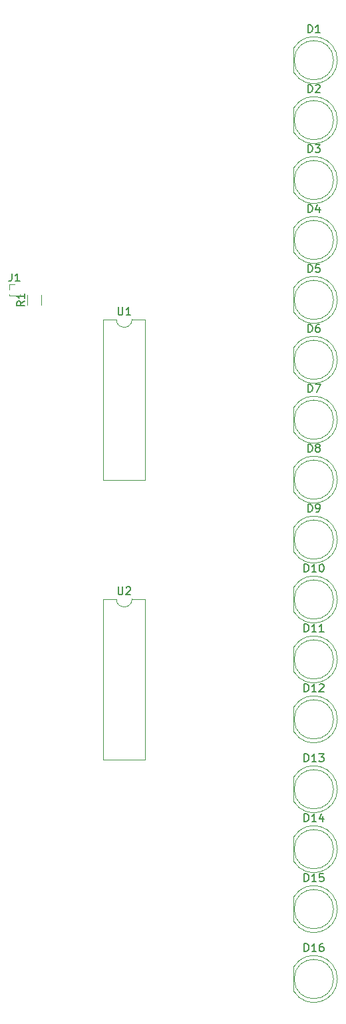
<source format=gbr>
G04 #@! TF.FileFunction,Legend,Top*
%FSLAX46Y46*%
G04 Gerber Fmt 4.6, Leading zero omitted, Abs format (unit mm)*
G04 Created by KiCad (PCBNEW 4.0.7) date 03/23/18 20:40:15*
%MOMM*%
%LPD*%
G01*
G04 APERTURE LIST*
%ADD10C,0.100000*%
%ADD11C,0.120000*%
%ADD12C,0.150000*%
G04 APERTURE END LIST*
D10*
D11*
X174990000Y-107890000D02*
G75*
G02X172990000Y-107890000I-1000000J0D01*
G01*
X172990000Y-107890000D02*
X171340000Y-107890000D01*
X171340000Y-107890000D02*
X171340000Y-128330000D01*
X171340000Y-128330000D02*
X176640000Y-128330000D01*
X176640000Y-128330000D02*
X176640000Y-107890000D01*
X176640000Y-107890000D02*
X174990000Y-107890000D01*
X201110000Y-39370462D02*
G75*
G03X195560000Y-37825170I-2990000J462D01*
G01*
X201110000Y-39369538D02*
G75*
G02X195560000Y-40914830I-2990000J-462D01*
G01*
X200620000Y-39370000D02*
G75*
G03X200620000Y-39370000I-2500000J0D01*
G01*
X195560000Y-37825000D02*
X195560000Y-40915000D01*
X201110000Y-46990462D02*
G75*
G03X195560000Y-45445170I-2990000J462D01*
G01*
X201110000Y-46989538D02*
G75*
G02X195560000Y-48534830I-2990000J-462D01*
G01*
X200620000Y-46990000D02*
G75*
G03X200620000Y-46990000I-2500000J0D01*
G01*
X195560000Y-45445000D02*
X195560000Y-48535000D01*
X201110000Y-54610462D02*
G75*
G03X195560000Y-53065170I-2990000J462D01*
G01*
X201110000Y-54609538D02*
G75*
G02X195560000Y-56154830I-2990000J-462D01*
G01*
X200620000Y-54610000D02*
G75*
G03X200620000Y-54610000I-2500000J0D01*
G01*
X195560000Y-53065000D02*
X195560000Y-56155000D01*
X201110000Y-62230462D02*
G75*
G03X195560000Y-60685170I-2990000J462D01*
G01*
X201110000Y-62229538D02*
G75*
G02X195560000Y-63774830I-2990000J-462D01*
G01*
X200620000Y-62230000D02*
G75*
G03X200620000Y-62230000I-2500000J0D01*
G01*
X195560000Y-60685000D02*
X195560000Y-63775000D01*
X201110000Y-69850462D02*
G75*
G03X195560000Y-68305170I-2990000J462D01*
G01*
X201110000Y-69849538D02*
G75*
G02X195560000Y-71394830I-2990000J-462D01*
G01*
X200620000Y-69850000D02*
G75*
G03X200620000Y-69850000I-2500000J0D01*
G01*
X195560000Y-68305000D02*
X195560000Y-71395000D01*
X201110000Y-77470462D02*
G75*
G03X195560000Y-75925170I-2990000J462D01*
G01*
X201110000Y-77469538D02*
G75*
G02X195560000Y-79014830I-2990000J-462D01*
G01*
X200620000Y-77470000D02*
G75*
G03X200620000Y-77470000I-2500000J0D01*
G01*
X195560000Y-75925000D02*
X195560000Y-79015000D01*
X201110000Y-85090462D02*
G75*
G03X195560000Y-83545170I-2990000J462D01*
G01*
X201110000Y-85089538D02*
G75*
G02X195560000Y-86634830I-2990000J-462D01*
G01*
X200620000Y-85090000D02*
G75*
G03X200620000Y-85090000I-2500000J0D01*
G01*
X195560000Y-83545000D02*
X195560000Y-86635000D01*
X201110000Y-92710462D02*
G75*
G03X195560000Y-91165170I-2990000J462D01*
G01*
X201110000Y-92709538D02*
G75*
G02X195560000Y-94254830I-2990000J-462D01*
G01*
X200620000Y-92710000D02*
G75*
G03X200620000Y-92710000I-2500000J0D01*
G01*
X195560000Y-91165000D02*
X195560000Y-94255000D01*
X201110000Y-100330462D02*
G75*
G03X195560000Y-98785170I-2990000J462D01*
G01*
X201110000Y-100329538D02*
G75*
G02X195560000Y-101874830I-2990000J-462D01*
G01*
X200620000Y-100330000D02*
G75*
G03X200620000Y-100330000I-2500000J0D01*
G01*
X195560000Y-98785000D02*
X195560000Y-101875000D01*
X201110000Y-107950462D02*
G75*
G03X195560000Y-106405170I-2990000J462D01*
G01*
X201110000Y-107949538D02*
G75*
G02X195560000Y-109494830I-2990000J-462D01*
G01*
X200620000Y-107950000D02*
G75*
G03X200620000Y-107950000I-2500000J0D01*
G01*
X195560000Y-106405000D02*
X195560000Y-109495000D01*
X201110000Y-115570462D02*
G75*
G03X195560000Y-114025170I-2990000J462D01*
G01*
X201110000Y-115569538D02*
G75*
G02X195560000Y-117114830I-2990000J-462D01*
G01*
X200620000Y-115570000D02*
G75*
G03X200620000Y-115570000I-2500000J0D01*
G01*
X195560000Y-114025000D02*
X195560000Y-117115000D01*
X201110000Y-123190462D02*
G75*
G03X195560000Y-121645170I-2990000J462D01*
G01*
X201110000Y-123189538D02*
G75*
G02X195560000Y-124734830I-2990000J-462D01*
G01*
X200620000Y-123190000D02*
G75*
G03X200620000Y-123190000I-2500000J0D01*
G01*
X195560000Y-121645000D02*
X195560000Y-124735000D01*
X201110000Y-132080462D02*
G75*
G03X195560000Y-130535170I-2990000J462D01*
G01*
X201110000Y-132079538D02*
G75*
G02X195560000Y-133624830I-2990000J-462D01*
G01*
X200620000Y-132080000D02*
G75*
G03X200620000Y-132080000I-2500000J0D01*
G01*
X195560000Y-130535000D02*
X195560000Y-133625000D01*
X201110000Y-139700462D02*
G75*
G03X195560000Y-138155170I-2990000J462D01*
G01*
X201110000Y-139699538D02*
G75*
G02X195560000Y-141244830I-2990000J-462D01*
G01*
X200620000Y-139700000D02*
G75*
G03X200620000Y-139700000I-2500000J0D01*
G01*
X195560000Y-138155000D02*
X195560000Y-141245000D01*
X201110000Y-147320462D02*
G75*
G03X195560000Y-145775170I-2990000J462D01*
G01*
X201110000Y-147319538D02*
G75*
G02X195560000Y-148864830I-2990000J-462D01*
G01*
X200620000Y-147320000D02*
G75*
G03X200620000Y-147320000I-2500000J0D01*
G01*
X195560000Y-145775000D02*
X195560000Y-148865000D01*
X201110000Y-156210462D02*
G75*
G03X195560000Y-154665170I-2990000J462D01*
G01*
X201110000Y-156209538D02*
G75*
G02X195560000Y-157754830I-2990000J-462D01*
G01*
X200620000Y-156210000D02*
G75*
G03X200620000Y-156210000I-2500000J0D01*
G01*
X195560000Y-154665000D02*
X195560000Y-157755000D01*
X163440000Y-69250000D02*
X163440000Y-70450000D01*
X161680000Y-70450000D02*
X161680000Y-69250000D01*
X174990000Y-72330000D02*
G75*
G02X172990000Y-72330000I-1000000J0D01*
G01*
X172990000Y-72330000D02*
X171340000Y-72330000D01*
X171340000Y-72330000D02*
X171340000Y-92770000D01*
X171340000Y-92770000D02*
X176640000Y-92770000D01*
X176640000Y-92770000D02*
X176640000Y-72330000D01*
X176640000Y-72330000D02*
X174990000Y-72330000D01*
X159325000Y-69265000D02*
X160715000Y-69265000D01*
X159325000Y-69265000D02*
X159325000Y-69140000D01*
X160715000Y-69265000D02*
X160715000Y-69140000D01*
X159325000Y-69265000D02*
X159411724Y-69265000D01*
X160628276Y-69265000D02*
X160715000Y-69265000D01*
X159325000Y-68580000D02*
X159325000Y-67895000D01*
X159325000Y-67895000D02*
X160020000Y-67895000D01*
D12*
X173228095Y-106342381D02*
X173228095Y-107151905D01*
X173275714Y-107247143D01*
X173323333Y-107294762D01*
X173418571Y-107342381D01*
X173609048Y-107342381D01*
X173704286Y-107294762D01*
X173751905Y-107247143D01*
X173799524Y-107151905D01*
X173799524Y-106342381D01*
X174228095Y-106437619D02*
X174275714Y-106390000D01*
X174370952Y-106342381D01*
X174609048Y-106342381D01*
X174704286Y-106390000D01*
X174751905Y-106437619D01*
X174799524Y-106532857D01*
X174799524Y-106628095D01*
X174751905Y-106770952D01*
X174180476Y-107342381D01*
X174799524Y-107342381D01*
X197381905Y-35862381D02*
X197381905Y-34862381D01*
X197620000Y-34862381D01*
X197762858Y-34910000D01*
X197858096Y-35005238D01*
X197905715Y-35100476D01*
X197953334Y-35290952D01*
X197953334Y-35433810D01*
X197905715Y-35624286D01*
X197858096Y-35719524D01*
X197762858Y-35814762D01*
X197620000Y-35862381D01*
X197381905Y-35862381D01*
X198905715Y-35862381D02*
X198334286Y-35862381D01*
X198620000Y-35862381D02*
X198620000Y-34862381D01*
X198524762Y-35005238D01*
X198429524Y-35100476D01*
X198334286Y-35148095D01*
X197381905Y-43482381D02*
X197381905Y-42482381D01*
X197620000Y-42482381D01*
X197762858Y-42530000D01*
X197858096Y-42625238D01*
X197905715Y-42720476D01*
X197953334Y-42910952D01*
X197953334Y-43053810D01*
X197905715Y-43244286D01*
X197858096Y-43339524D01*
X197762858Y-43434762D01*
X197620000Y-43482381D01*
X197381905Y-43482381D01*
X198334286Y-42577619D02*
X198381905Y-42530000D01*
X198477143Y-42482381D01*
X198715239Y-42482381D01*
X198810477Y-42530000D01*
X198858096Y-42577619D01*
X198905715Y-42672857D01*
X198905715Y-42768095D01*
X198858096Y-42910952D01*
X198286667Y-43482381D01*
X198905715Y-43482381D01*
X197381905Y-51102381D02*
X197381905Y-50102381D01*
X197620000Y-50102381D01*
X197762858Y-50150000D01*
X197858096Y-50245238D01*
X197905715Y-50340476D01*
X197953334Y-50530952D01*
X197953334Y-50673810D01*
X197905715Y-50864286D01*
X197858096Y-50959524D01*
X197762858Y-51054762D01*
X197620000Y-51102381D01*
X197381905Y-51102381D01*
X198286667Y-50102381D02*
X198905715Y-50102381D01*
X198572381Y-50483333D01*
X198715239Y-50483333D01*
X198810477Y-50530952D01*
X198858096Y-50578571D01*
X198905715Y-50673810D01*
X198905715Y-50911905D01*
X198858096Y-51007143D01*
X198810477Y-51054762D01*
X198715239Y-51102381D01*
X198429524Y-51102381D01*
X198334286Y-51054762D01*
X198286667Y-51007143D01*
X197381905Y-58722381D02*
X197381905Y-57722381D01*
X197620000Y-57722381D01*
X197762858Y-57770000D01*
X197858096Y-57865238D01*
X197905715Y-57960476D01*
X197953334Y-58150952D01*
X197953334Y-58293810D01*
X197905715Y-58484286D01*
X197858096Y-58579524D01*
X197762858Y-58674762D01*
X197620000Y-58722381D01*
X197381905Y-58722381D01*
X198810477Y-58055714D02*
X198810477Y-58722381D01*
X198572381Y-57674762D02*
X198334286Y-58389048D01*
X198953334Y-58389048D01*
X197381905Y-66342381D02*
X197381905Y-65342381D01*
X197620000Y-65342381D01*
X197762858Y-65390000D01*
X197858096Y-65485238D01*
X197905715Y-65580476D01*
X197953334Y-65770952D01*
X197953334Y-65913810D01*
X197905715Y-66104286D01*
X197858096Y-66199524D01*
X197762858Y-66294762D01*
X197620000Y-66342381D01*
X197381905Y-66342381D01*
X198858096Y-65342381D02*
X198381905Y-65342381D01*
X198334286Y-65818571D01*
X198381905Y-65770952D01*
X198477143Y-65723333D01*
X198715239Y-65723333D01*
X198810477Y-65770952D01*
X198858096Y-65818571D01*
X198905715Y-65913810D01*
X198905715Y-66151905D01*
X198858096Y-66247143D01*
X198810477Y-66294762D01*
X198715239Y-66342381D01*
X198477143Y-66342381D01*
X198381905Y-66294762D01*
X198334286Y-66247143D01*
X197381905Y-73962381D02*
X197381905Y-72962381D01*
X197620000Y-72962381D01*
X197762858Y-73010000D01*
X197858096Y-73105238D01*
X197905715Y-73200476D01*
X197953334Y-73390952D01*
X197953334Y-73533810D01*
X197905715Y-73724286D01*
X197858096Y-73819524D01*
X197762858Y-73914762D01*
X197620000Y-73962381D01*
X197381905Y-73962381D01*
X198810477Y-72962381D02*
X198620000Y-72962381D01*
X198524762Y-73010000D01*
X198477143Y-73057619D01*
X198381905Y-73200476D01*
X198334286Y-73390952D01*
X198334286Y-73771905D01*
X198381905Y-73867143D01*
X198429524Y-73914762D01*
X198524762Y-73962381D01*
X198715239Y-73962381D01*
X198810477Y-73914762D01*
X198858096Y-73867143D01*
X198905715Y-73771905D01*
X198905715Y-73533810D01*
X198858096Y-73438571D01*
X198810477Y-73390952D01*
X198715239Y-73343333D01*
X198524762Y-73343333D01*
X198429524Y-73390952D01*
X198381905Y-73438571D01*
X198334286Y-73533810D01*
X197381905Y-81582381D02*
X197381905Y-80582381D01*
X197620000Y-80582381D01*
X197762858Y-80630000D01*
X197858096Y-80725238D01*
X197905715Y-80820476D01*
X197953334Y-81010952D01*
X197953334Y-81153810D01*
X197905715Y-81344286D01*
X197858096Y-81439524D01*
X197762858Y-81534762D01*
X197620000Y-81582381D01*
X197381905Y-81582381D01*
X198286667Y-80582381D02*
X198953334Y-80582381D01*
X198524762Y-81582381D01*
X197381905Y-89202381D02*
X197381905Y-88202381D01*
X197620000Y-88202381D01*
X197762858Y-88250000D01*
X197858096Y-88345238D01*
X197905715Y-88440476D01*
X197953334Y-88630952D01*
X197953334Y-88773810D01*
X197905715Y-88964286D01*
X197858096Y-89059524D01*
X197762858Y-89154762D01*
X197620000Y-89202381D01*
X197381905Y-89202381D01*
X198524762Y-88630952D02*
X198429524Y-88583333D01*
X198381905Y-88535714D01*
X198334286Y-88440476D01*
X198334286Y-88392857D01*
X198381905Y-88297619D01*
X198429524Y-88250000D01*
X198524762Y-88202381D01*
X198715239Y-88202381D01*
X198810477Y-88250000D01*
X198858096Y-88297619D01*
X198905715Y-88392857D01*
X198905715Y-88440476D01*
X198858096Y-88535714D01*
X198810477Y-88583333D01*
X198715239Y-88630952D01*
X198524762Y-88630952D01*
X198429524Y-88678571D01*
X198381905Y-88726190D01*
X198334286Y-88821429D01*
X198334286Y-89011905D01*
X198381905Y-89107143D01*
X198429524Y-89154762D01*
X198524762Y-89202381D01*
X198715239Y-89202381D01*
X198810477Y-89154762D01*
X198858096Y-89107143D01*
X198905715Y-89011905D01*
X198905715Y-88821429D01*
X198858096Y-88726190D01*
X198810477Y-88678571D01*
X198715239Y-88630952D01*
X197381905Y-96822381D02*
X197381905Y-95822381D01*
X197620000Y-95822381D01*
X197762858Y-95870000D01*
X197858096Y-95965238D01*
X197905715Y-96060476D01*
X197953334Y-96250952D01*
X197953334Y-96393810D01*
X197905715Y-96584286D01*
X197858096Y-96679524D01*
X197762858Y-96774762D01*
X197620000Y-96822381D01*
X197381905Y-96822381D01*
X198429524Y-96822381D02*
X198620000Y-96822381D01*
X198715239Y-96774762D01*
X198762858Y-96727143D01*
X198858096Y-96584286D01*
X198905715Y-96393810D01*
X198905715Y-96012857D01*
X198858096Y-95917619D01*
X198810477Y-95870000D01*
X198715239Y-95822381D01*
X198524762Y-95822381D01*
X198429524Y-95870000D01*
X198381905Y-95917619D01*
X198334286Y-96012857D01*
X198334286Y-96250952D01*
X198381905Y-96346190D01*
X198429524Y-96393810D01*
X198524762Y-96441429D01*
X198715239Y-96441429D01*
X198810477Y-96393810D01*
X198858096Y-96346190D01*
X198905715Y-96250952D01*
X196905714Y-104442381D02*
X196905714Y-103442381D01*
X197143809Y-103442381D01*
X197286667Y-103490000D01*
X197381905Y-103585238D01*
X197429524Y-103680476D01*
X197477143Y-103870952D01*
X197477143Y-104013810D01*
X197429524Y-104204286D01*
X197381905Y-104299524D01*
X197286667Y-104394762D01*
X197143809Y-104442381D01*
X196905714Y-104442381D01*
X198429524Y-104442381D02*
X197858095Y-104442381D01*
X198143809Y-104442381D02*
X198143809Y-103442381D01*
X198048571Y-103585238D01*
X197953333Y-103680476D01*
X197858095Y-103728095D01*
X199048571Y-103442381D02*
X199143810Y-103442381D01*
X199239048Y-103490000D01*
X199286667Y-103537619D01*
X199334286Y-103632857D01*
X199381905Y-103823333D01*
X199381905Y-104061429D01*
X199334286Y-104251905D01*
X199286667Y-104347143D01*
X199239048Y-104394762D01*
X199143810Y-104442381D01*
X199048571Y-104442381D01*
X198953333Y-104394762D01*
X198905714Y-104347143D01*
X198858095Y-104251905D01*
X198810476Y-104061429D01*
X198810476Y-103823333D01*
X198858095Y-103632857D01*
X198905714Y-103537619D01*
X198953333Y-103490000D01*
X199048571Y-103442381D01*
X196905714Y-112062381D02*
X196905714Y-111062381D01*
X197143809Y-111062381D01*
X197286667Y-111110000D01*
X197381905Y-111205238D01*
X197429524Y-111300476D01*
X197477143Y-111490952D01*
X197477143Y-111633810D01*
X197429524Y-111824286D01*
X197381905Y-111919524D01*
X197286667Y-112014762D01*
X197143809Y-112062381D01*
X196905714Y-112062381D01*
X198429524Y-112062381D02*
X197858095Y-112062381D01*
X198143809Y-112062381D02*
X198143809Y-111062381D01*
X198048571Y-111205238D01*
X197953333Y-111300476D01*
X197858095Y-111348095D01*
X199381905Y-112062381D02*
X198810476Y-112062381D01*
X199096190Y-112062381D02*
X199096190Y-111062381D01*
X199000952Y-111205238D01*
X198905714Y-111300476D01*
X198810476Y-111348095D01*
X196905714Y-119682381D02*
X196905714Y-118682381D01*
X197143809Y-118682381D01*
X197286667Y-118730000D01*
X197381905Y-118825238D01*
X197429524Y-118920476D01*
X197477143Y-119110952D01*
X197477143Y-119253810D01*
X197429524Y-119444286D01*
X197381905Y-119539524D01*
X197286667Y-119634762D01*
X197143809Y-119682381D01*
X196905714Y-119682381D01*
X198429524Y-119682381D02*
X197858095Y-119682381D01*
X198143809Y-119682381D02*
X198143809Y-118682381D01*
X198048571Y-118825238D01*
X197953333Y-118920476D01*
X197858095Y-118968095D01*
X198810476Y-118777619D02*
X198858095Y-118730000D01*
X198953333Y-118682381D01*
X199191429Y-118682381D01*
X199286667Y-118730000D01*
X199334286Y-118777619D01*
X199381905Y-118872857D01*
X199381905Y-118968095D01*
X199334286Y-119110952D01*
X198762857Y-119682381D01*
X199381905Y-119682381D01*
X196905714Y-128572381D02*
X196905714Y-127572381D01*
X197143809Y-127572381D01*
X197286667Y-127620000D01*
X197381905Y-127715238D01*
X197429524Y-127810476D01*
X197477143Y-128000952D01*
X197477143Y-128143810D01*
X197429524Y-128334286D01*
X197381905Y-128429524D01*
X197286667Y-128524762D01*
X197143809Y-128572381D01*
X196905714Y-128572381D01*
X198429524Y-128572381D02*
X197858095Y-128572381D01*
X198143809Y-128572381D02*
X198143809Y-127572381D01*
X198048571Y-127715238D01*
X197953333Y-127810476D01*
X197858095Y-127858095D01*
X198762857Y-127572381D02*
X199381905Y-127572381D01*
X199048571Y-127953333D01*
X199191429Y-127953333D01*
X199286667Y-128000952D01*
X199334286Y-128048571D01*
X199381905Y-128143810D01*
X199381905Y-128381905D01*
X199334286Y-128477143D01*
X199286667Y-128524762D01*
X199191429Y-128572381D01*
X198905714Y-128572381D01*
X198810476Y-128524762D01*
X198762857Y-128477143D01*
X196905714Y-136192381D02*
X196905714Y-135192381D01*
X197143809Y-135192381D01*
X197286667Y-135240000D01*
X197381905Y-135335238D01*
X197429524Y-135430476D01*
X197477143Y-135620952D01*
X197477143Y-135763810D01*
X197429524Y-135954286D01*
X197381905Y-136049524D01*
X197286667Y-136144762D01*
X197143809Y-136192381D01*
X196905714Y-136192381D01*
X198429524Y-136192381D02*
X197858095Y-136192381D01*
X198143809Y-136192381D02*
X198143809Y-135192381D01*
X198048571Y-135335238D01*
X197953333Y-135430476D01*
X197858095Y-135478095D01*
X199286667Y-135525714D02*
X199286667Y-136192381D01*
X199048571Y-135144762D02*
X198810476Y-135859048D01*
X199429524Y-135859048D01*
X196905714Y-143812381D02*
X196905714Y-142812381D01*
X197143809Y-142812381D01*
X197286667Y-142860000D01*
X197381905Y-142955238D01*
X197429524Y-143050476D01*
X197477143Y-143240952D01*
X197477143Y-143383810D01*
X197429524Y-143574286D01*
X197381905Y-143669524D01*
X197286667Y-143764762D01*
X197143809Y-143812381D01*
X196905714Y-143812381D01*
X198429524Y-143812381D02*
X197858095Y-143812381D01*
X198143809Y-143812381D02*
X198143809Y-142812381D01*
X198048571Y-142955238D01*
X197953333Y-143050476D01*
X197858095Y-143098095D01*
X199334286Y-142812381D02*
X198858095Y-142812381D01*
X198810476Y-143288571D01*
X198858095Y-143240952D01*
X198953333Y-143193333D01*
X199191429Y-143193333D01*
X199286667Y-143240952D01*
X199334286Y-143288571D01*
X199381905Y-143383810D01*
X199381905Y-143621905D01*
X199334286Y-143717143D01*
X199286667Y-143764762D01*
X199191429Y-143812381D01*
X198953333Y-143812381D01*
X198858095Y-143764762D01*
X198810476Y-143717143D01*
X196905714Y-152702381D02*
X196905714Y-151702381D01*
X197143809Y-151702381D01*
X197286667Y-151750000D01*
X197381905Y-151845238D01*
X197429524Y-151940476D01*
X197477143Y-152130952D01*
X197477143Y-152273810D01*
X197429524Y-152464286D01*
X197381905Y-152559524D01*
X197286667Y-152654762D01*
X197143809Y-152702381D01*
X196905714Y-152702381D01*
X198429524Y-152702381D02*
X197858095Y-152702381D01*
X198143809Y-152702381D02*
X198143809Y-151702381D01*
X198048571Y-151845238D01*
X197953333Y-151940476D01*
X197858095Y-151988095D01*
X199286667Y-151702381D02*
X199096190Y-151702381D01*
X199000952Y-151750000D01*
X198953333Y-151797619D01*
X198858095Y-151940476D01*
X198810476Y-152130952D01*
X198810476Y-152511905D01*
X198858095Y-152607143D01*
X198905714Y-152654762D01*
X199000952Y-152702381D01*
X199191429Y-152702381D01*
X199286667Y-152654762D01*
X199334286Y-152607143D01*
X199381905Y-152511905D01*
X199381905Y-152273810D01*
X199334286Y-152178571D01*
X199286667Y-152130952D01*
X199191429Y-152083333D01*
X199000952Y-152083333D01*
X198905714Y-152130952D01*
X198858095Y-152178571D01*
X198810476Y-152273810D01*
X161312381Y-70016666D02*
X160836190Y-70350000D01*
X161312381Y-70588095D02*
X160312381Y-70588095D01*
X160312381Y-70207142D01*
X160360000Y-70111904D01*
X160407619Y-70064285D01*
X160502857Y-70016666D01*
X160645714Y-70016666D01*
X160740952Y-70064285D01*
X160788571Y-70111904D01*
X160836190Y-70207142D01*
X160836190Y-70588095D01*
X161312381Y-69064285D02*
X161312381Y-69635714D01*
X161312381Y-69350000D02*
X160312381Y-69350000D01*
X160455238Y-69445238D01*
X160550476Y-69540476D01*
X160598095Y-69635714D01*
X173228095Y-70782381D02*
X173228095Y-71591905D01*
X173275714Y-71687143D01*
X173323333Y-71734762D01*
X173418571Y-71782381D01*
X173609048Y-71782381D01*
X173704286Y-71734762D01*
X173751905Y-71687143D01*
X173799524Y-71591905D01*
X173799524Y-70782381D01*
X174799524Y-71782381D02*
X174228095Y-71782381D01*
X174513809Y-71782381D02*
X174513809Y-70782381D01*
X174418571Y-70925238D01*
X174323333Y-71020476D01*
X174228095Y-71068095D01*
X159686667Y-66472381D02*
X159686667Y-67186667D01*
X159639047Y-67329524D01*
X159543809Y-67424762D01*
X159400952Y-67472381D01*
X159305714Y-67472381D01*
X160686667Y-67472381D02*
X160115238Y-67472381D01*
X160400952Y-67472381D02*
X160400952Y-66472381D01*
X160305714Y-66615238D01*
X160210476Y-66710476D01*
X160115238Y-66758095D01*
M02*

</source>
